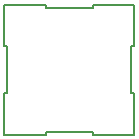
<source format=gbr>
%TF.GenerationSoftware,KiCad,Pcbnew,9.0.5*%
%TF.CreationDate,2025-11-10T20:03:10+00:00*%
%TF.ProjectId,spectrum_coil,73706563-7472-4756-9d5f-636f696c2e6b,rev?*%
%TF.SameCoordinates,Original*%
%TF.FileFunction,Profile,NP*%
%FSLAX46Y46*%
G04 Gerber Fmt 4.6, Leading zero omitted, Abs format (unit mm)*
G04 Created by KiCad (PCBNEW 9.0.5) date 2025-11-10 20:03:10*
%MOMM*%
%LPD*%
G01*
G04 APERTURE LIST*
%TA.AperFunction,Profile*%
%ADD10C,0.200000*%
%TD*%
G04 APERTURE END LIST*
D10*
X121500000Y-51000000D02*
X125000000Y-51000000D01*
X124750000Y-58500000D02*
X125000000Y-58500000D01*
X121500000Y-51250000D02*
X121500000Y-51000000D01*
X125000000Y-62000000D02*
X121500000Y-62000000D01*
X125000000Y-54500000D02*
X124750000Y-54500000D01*
X114000000Y-51000000D02*
X117500000Y-51000000D01*
X114000000Y-58500000D02*
X114250000Y-58500000D01*
X114250000Y-54500000D02*
X114000000Y-54500000D01*
X125000000Y-51000000D02*
X125000000Y-54500000D01*
X114000000Y-62000000D02*
X114000000Y-58500000D01*
X124750000Y-54500000D02*
X124750000Y-58500000D01*
X117500000Y-51250000D02*
X121500000Y-51250000D01*
X114000000Y-54500000D02*
X114000000Y-51000000D01*
X121500000Y-62000000D02*
X121500000Y-61750000D01*
X114250000Y-58500000D02*
X114250000Y-54500000D01*
X117500000Y-62000000D02*
X114000000Y-62000000D01*
X117500000Y-51000000D02*
X117500000Y-51250000D01*
X125000000Y-58500000D02*
X125000000Y-62000000D01*
X117500000Y-61750000D02*
X117500000Y-62000000D01*
X121500000Y-61750000D02*
X117500000Y-61750000D01*
M02*

</source>
